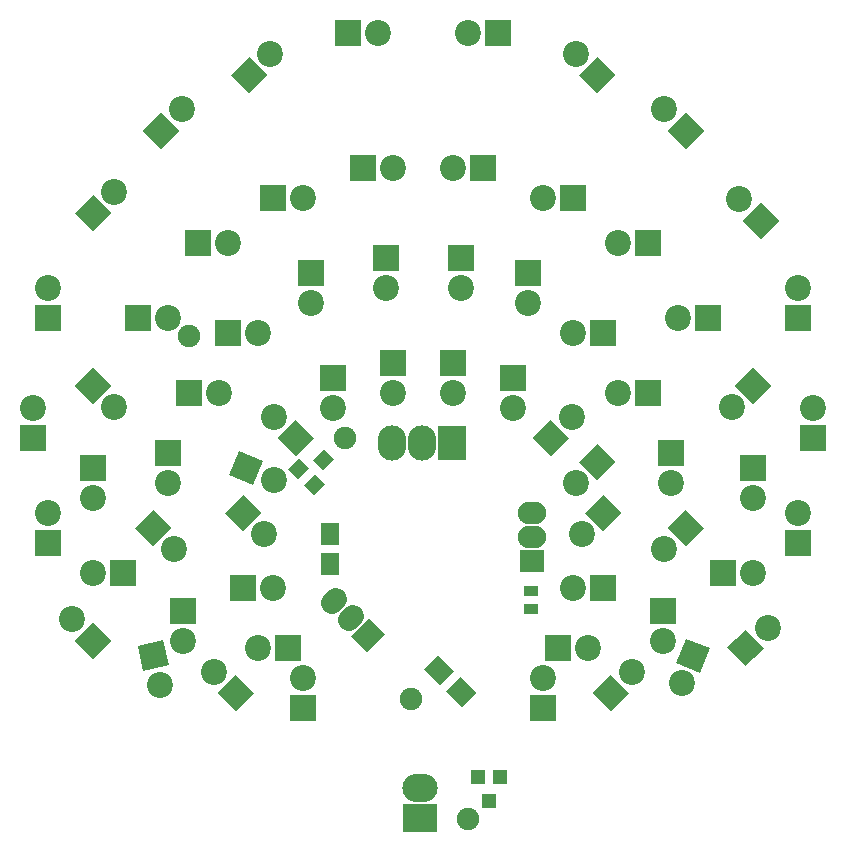
<source format=gbr>
G04 #@! TF.FileFunction,Soldermask,Bot*
%FSLAX46Y46*%
G04 Gerber Fmt 4.6, Leading zero omitted, Abs format (unit mm)*
G04 Created by KiCad (PCBNEW 4.0.7) date 04/21/18 22:11:58*
%MOMM*%
%LPD*%
G01*
G04 APERTURE LIST*
%ADD10C,0.100000*%
%ADD11C,2.200000*%
%ADD12R,2.400000X3.000000*%
%ADD13O,2.400000X3.000000*%
%ADD14R,1.300000X0.900000*%
%ADD15R,3.000000X2.400000*%
%ADD16O,3.000000X2.400000*%
%ADD17R,1.650000X1.900000*%
%ADD18R,2.200000X2.200000*%
%ADD19R,1.200000X1.300000*%
%ADD20R,2.150000X1.900000*%
%ADD21O,2.400000X1.900000*%
%ADD22C,1.900000*%
%ADD23C,1.900000*%
G04 APERTURE END LIST*
D10*
G36*
X134270635Y-106426000D02*
X132715000Y-107981635D01*
X131159365Y-106426000D01*
X132715000Y-104870365D01*
X134270635Y-106426000D01*
X134270635Y-106426000D01*
G37*
D11*
X130918949Y-104629949D03*
D12*
X145986500Y-106807000D03*
D13*
X143446500Y-106807000D03*
X140906500Y-106807000D03*
D14*
X152654000Y-119392000D03*
X152654000Y-120892000D03*
D10*
G36*
X143568614Y-125974695D02*
X144770695Y-124772614D01*
X146114198Y-126116117D01*
X144912117Y-127318198D01*
X143568614Y-125974695D01*
X143568614Y-125974695D01*
G37*
G36*
X145477802Y-127883883D02*
X146679883Y-126681802D01*
X148023386Y-128025305D01*
X146821305Y-129227386D01*
X145477802Y-127883883D01*
X145477802Y-127883883D01*
G37*
D15*
X143256000Y-138557000D03*
D16*
X143256000Y-136017000D03*
D17*
X135636000Y-117074000D03*
X135636000Y-114574000D03*
D10*
G36*
X117125635Y-123571000D02*
X115570000Y-125126635D01*
X114014365Y-123571000D01*
X115570000Y-122015365D01*
X117125635Y-123571000D01*
X117125635Y-123571000D01*
G37*
D11*
X113773949Y-121774949D03*
D18*
X137160000Y-72136000D03*
D11*
X139700000Y-72136000D03*
D18*
X176530000Y-106426000D03*
D11*
X176530000Y-103886000D03*
D18*
X168910000Y-117856000D03*
D11*
X171450000Y-117856000D03*
D10*
G36*
X165774684Y-123403781D02*
X167807219Y-124245684D01*
X166965316Y-126278219D01*
X164932781Y-125436316D01*
X165774684Y-123403781D01*
X165774684Y-123403781D01*
G37*
D11*
X165397984Y-127187654D03*
D10*
G36*
X154305000Y-107981635D02*
X152749365Y-106426000D01*
X154305000Y-104870365D01*
X155860635Y-106426000D01*
X154305000Y-107981635D01*
X154305000Y-107981635D01*
G37*
D11*
X156101051Y-104629949D03*
D18*
X158750000Y-97536000D03*
D11*
X156210000Y-97536000D03*
D10*
G36*
X170747144Y-125760154D02*
X169260846Y-124138144D01*
X170882856Y-122651846D01*
X172369154Y-124273856D01*
X170747144Y-125760154D01*
X170747144Y-125760154D01*
G37*
D11*
X172687684Y-122490001D03*
D18*
X175260000Y-115316000D03*
D11*
X175260000Y-112776000D03*
D18*
X175260000Y-96266000D03*
D11*
X175260000Y-93726000D03*
D10*
G36*
X173640635Y-88011000D02*
X172085000Y-89566635D01*
X170529365Y-88011000D01*
X172085000Y-86455365D01*
X173640635Y-88011000D01*
X173640635Y-88011000D01*
G37*
D11*
X170288949Y-86214949D03*
D10*
G36*
X167290635Y-80391000D02*
X165735000Y-81946635D01*
X164179365Y-80391000D01*
X165735000Y-78835365D01*
X167290635Y-80391000D01*
X167290635Y-80391000D01*
G37*
D11*
X163938949Y-78594949D03*
D10*
G36*
X159797635Y-75692000D02*
X158242000Y-77247635D01*
X156686365Y-75692000D01*
X158242000Y-74136365D01*
X159797635Y-75692000D01*
X159797635Y-75692000D01*
G37*
D11*
X156445949Y-73895949D03*
D18*
X149860000Y-72136000D03*
D11*
X147320000Y-72136000D03*
D18*
X171450000Y-108966000D03*
D11*
X171450000Y-111506000D03*
D10*
G36*
X171450000Y-100425365D02*
X173005635Y-101981000D01*
X171450000Y-103536635D01*
X169894365Y-101981000D01*
X171450000Y-100425365D01*
X171450000Y-100425365D01*
G37*
D11*
X169653949Y-103777051D03*
D18*
X167640000Y-96266000D03*
D11*
X165100000Y-96266000D03*
D18*
X156210000Y-86106000D03*
D11*
X153670000Y-86106000D03*
D10*
G36*
X159385000Y-129571635D02*
X157829365Y-128016000D01*
X159385000Y-126460365D01*
X160940635Y-128016000D01*
X159385000Y-129571635D01*
X159385000Y-129571635D01*
G37*
D11*
X161181051Y-126219949D03*
D18*
X163830000Y-121031000D03*
D11*
X163830000Y-123571000D03*
D10*
G36*
X165735000Y-112490365D02*
X167290635Y-114046000D01*
X165735000Y-115601635D01*
X164179365Y-114046000D01*
X165735000Y-112490365D01*
X165735000Y-112490365D01*
G37*
D11*
X163938949Y-115842051D03*
D18*
X164465000Y-107696000D03*
D11*
X164465000Y-110236000D03*
D18*
X162560000Y-102616000D03*
D11*
X160020000Y-102616000D03*
D18*
X152400000Y-92456000D03*
D11*
X152400000Y-94996000D03*
D18*
X146685000Y-91186000D03*
D11*
X146685000Y-93726000D03*
D18*
X153670000Y-129286000D03*
D11*
X153670000Y-126746000D03*
D18*
X154940000Y-124206000D03*
D11*
X157480000Y-124206000D03*
D18*
X158750000Y-119126000D03*
D11*
X156210000Y-119126000D03*
D10*
G36*
X158750000Y-111220365D02*
X160305635Y-112776000D01*
X158750000Y-114331635D01*
X157194365Y-112776000D01*
X158750000Y-111220365D01*
X158750000Y-111220365D01*
G37*
D11*
X156953949Y-114572051D03*
D10*
G36*
X158242000Y-106902365D02*
X159797635Y-108458000D01*
X158242000Y-110013635D01*
X156686365Y-108458000D01*
X158242000Y-106902365D01*
X158242000Y-106902365D01*
G37*
D11*
X156445949Y-110254051D03*
D18*
X151130000Y-101346000D03*
D11*
X151130000Y-103886000D03*
D18*
X146050000Y-100076000D03*
D11*
X146050000Y-102616000D03*
D18*
X133350000Y-129286000D03*
D11*
X133350000Y-126746000D03*
D18*
X132080000Y-124206000D03*
D11*
X129540000Y-124206000D03*
D18*
X128270000Y-119126000D03*
D11*
X130810000Y-119126000D03*
D10*
G36*
X127086781Y-109561316D02*
X127928684Y-107528781D01*
X129961219Y-108370684D01*
X129119316Y-110403219D01*
X127086781Y-109561316D01*
X127086781Y-109561316D01*
G37*
D11*
X130870654Y-109938016D03*
D18*
X135890000Y-101346000D03*
D11*
X135890000Y-103886000D03*
D18*
X140970000Y-100076000D03*
D11*
X140970000Y-102616000D03*
D10*
G36*
X129190635Y-128016000D02*
X127635000Y-129571635D01*
X126079365Y-128016000D01*
X127635000Y-126460365D01*
X129190635Y-128016000D01*
X129190635Y-128016000D01*
G37*
D11*
X125838949Y-126219949D03*
D18*
X123190000Y-121031000D03*
D11*
X123190000Y-123571000D03*
D10*
G36*
X119094365Y-114046000D02*
X120650000Y-112490365D01*
X122205635Y-114046000D01*
X120650000Y-115601635D01*
X119094365Y-114046000D01*
X119094365Y-114046000D01*
G37*
D11*
X122446051Y-115842051D03*
D18*
X121920000Y-107696000D03*
D11*
X121920000Y-110236000D03*
D18*
X123698000Y-102616000D03*
D11*
X126238000Y-102616000D03*
D18*
X127000000Y-97536000D03*
D11*
X129540000Y-97536000D03*
D18*
X133985000Y-92456000D03*
D11*
X133985000Y-94996000D03*
D10*
G36*
X119337991Y-124005158D02*
X121485842Y-123528991D01*
X121962009Y-125676842D01*
X119814158Y-126153009D01*
X119337991Y-124005158D01*
X119337991Y-124005158D01*
G37*
D11*
X121199757Y-127320792D03*
D18*
X118110000Y-117856000D03*
D11*
X115570000Y-117856000D03*
D18*
X115570000Y-108966000D03*
D11*
X115570000Y-111506000D03*
D10*
G36*
X114014365Y-101981000D02*
X115570000Y-100425365D01*
X117125635Y-101981000D01*
X115570000Y-103536635D01*
X114014365Y-101981000D01*
X114014365Y-101981000D01*
G37*
D11*
X117366051Y-103777051D03*
D18*
X124460000Y-89916000D03*
D11*
X127000000Y-89916000D03*
D18*
X130810000Y-86106000D03*
D11*
X133350000Y-86106000D03*
D18*
X138430000Y-83566000D03*
D11*
X140970000Y-83566000D03*
D18*
X111760000Y-115316000D03*
D11*
X111760000Y-112776000D03*
D18*
X111760000Y-96266000D03*
D11*
X111760000Y-93726000D03*
D10*
G36*
X115570000Y-88931635D02*
X114014365Y-87376000D01*
X115570000Y-85820365D01*
X117125635Y-87376000D01*
X115570000Y-88931635D01*
X115570000Y-88931635D01*
G37*
D11*
X117366051Y-85579949D03*
D10*
G36*
X121285000Y-81946635D02*
X119729365Y-80391000D01*
X121285000Y-78835365D01*
X122840635Y-80391000D01*
X121285000Y-81946635D01*
X121285000Y-81946635D01*
G37*
D11*
X123081051Y-78594949D03*
D10*
G36*
X128778000Y-77247635D02*
X127222365Y-75692000D01*
X128778000Y-74136365D01*
X130333635Y-75692000D01*
X128778000Y-77247635D01*
X128778000Y-77247635D01*
G37*
D11*
X130574051Y-73895949D03*
D18*
X140335000Y-91186000D03*
D11*
X140335000Y-93726000D03*
D18*
X110490000Y-106426000D03*
D11*
X110490000Y-103886000D03*
D18*
X148590000Y-83566000D03*
D11*
X146050000Y-83566000D03*
D18*
X162560000Y-89916000D03*
D11*
X160020000Y-89916000D03*
D18*
X119380000Y-96266000D03*
D11*
X121920000Y-96266000D03*
D10*
G36*
X126714365Y-112776000D02*
X128270000Y-111220365D01*
X129825635Y-112776000D01*
X128270000Y-114331635D01*
X126714365Y-112776000D01*
X126714365Y-112776000D01*
G37*
D11*
X130066051Y-114572051D03*
D10*
G36*
X134295290Y-111228741D02*
X133446762Y-110380213D01*
X134366000Y-109460975D01*
X135214528Y-110309503D01*
X134295290Y-111228741D01*
X134295290Y-111228741D01*
G37*
G36*
X132951787Y-109885238D02*
X132103259Y-109036710D01*
X133022497Y-108117472D01*
X133871025Y-108966000D01*
X132951787Y-109885238D01*
X132951787Y-109885238D01*
G37*
G36*
X135037752Y-109142776D02*
X134189224Y-108294248D01*
X135108462Y-107375010D01*
X135956990Y-108223538D01*
X135037752Y-109142776D01*
X135037752Y-109142776D01*
G37*
D19*
X148148000Y-135144000D03*
X150048000Y-135144000D03*
X149098000Y-137144000D03*
D20*
X152717500Y-116840000D03*
D21*
X152717500Y-114808000D03*
X152717500Y-112776000D03*
D10*
G36*
X140264681Y-122996402D02*
X138744402Y-124516681D01*
X137400899Y-123173178D01*
X138921178Y-121652899D01*
X140264681Y-122996402D01*
X140264681Y-122996402D01*
G37*
D22*
X137219172Y-121824726D02*
X137572726Y-121471172D01*
X135782331Y-120387885D02*
X136135885Y-120034331D01*
D23*
X147320000Y-138684000D03*
X136906000Y-106426000D03*
X142494000Y-128524000D03*
X123698000Y-97790000D03*
M02*

</source>
